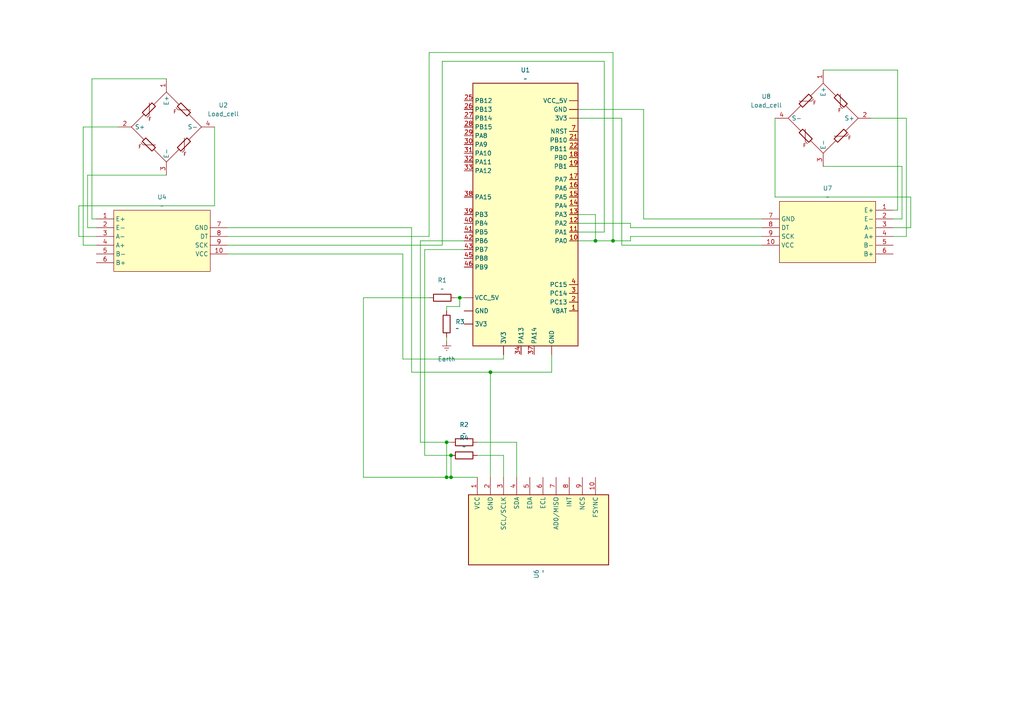
<source format=kicad_sch>
(kicad_sch (version 20231120) (generator "eeschema") (generator_version "8.0")
  (paper "A4")
  (lib_symbols
    (symbol "Analog_ADC:HX711_2"
      (property "Reference" "U" (at 5.334 6.35 0))
      (symbol "HX711_2_1_1"
        (rectangle (start -7.62 0) (end 20.32 -17.78) (fill (type background)))
        (pin input line (at -12.7 -2.54 0) (length 5.08) (name "E+") (number "1"))
        (pin input line (at 25.4 -12.7 180) (length 5.08) (name "VCC") (number "10"))
        (pin input line (at -12.7 -5.08 0) (length 5.08) (name "E-") (number "2"))
        (pin input line (at -12.7 -7.62 0) (length 5.08) (name "A-") (number "3"))
        (pin input line (at -12.7 -10.16 0) (length 5.08) (name "A+") (number "4"))
        (pin input line (at -12.7 -12.7 0) (length 5.08) (name "B-") (number "5"))
        (pin input line (at -12.7 -15.24 0) (length 5.08) (name "B+") (number "6"))
        (pin input line (at 25.4 -5.08 180) (length 5.08) (name "GND") (number "7"))
        (pin output line (at 25.4 -7.62 180) (length 5.08) (name "DT") (number "8"))
        (pin input line (at 25.4 -10.16 180) (length 5.08) (name "SCK") (number "9"))
      )
    )
    (symbol "Device:R" (pin_numbers hide) (pin_names (offset 0))
      (property "Reference" "R" (at 2.032 0 90))
      (property "Value" "R" (at 0 0 90))
      (symbol "R_0_1"
        (rectangle (start -1.016 -2.54) (end 1.016 2.54) (stroke (width 0.254)))
      )
      (symbol "R_1_1"
        (pin passive line (at 0 3.81 270) (length 1.27) (name "~") (number "1"))
        (pin passive line (at 0 -3.81 90) (length 1.27) (name "~") (number "2"))
      )
    )
    (symbol "MCU_ST_STM32F1:STM32F103C8T6"
      (property "Reference" "U" (at 0 0 0))
      (symbol "STM32F103C8T6_0_1"
        (rectangle (start 27.94 35.56) (end 58.42 -40.64) (stroke (width 0.254)) (fill (type background)))
      )
      (symbol "STM32F103C8T6_1_1"
        (pin bidirectional line (at 25.4 -34.29 0) (length 2.54) (name "3V3") (number ""))
        (pin power_in line (at 36.83 -43.18 90) (length 2.54) (name "3V3") (number ""))
        (pin bidirectional line (at 58.42 25.4 180) (length 2.54) (name "3V3") (number ""))
        (pin bidirectional line (at 25.4 -30.48 0) (length 2.54) (name "GND") (number ""))
        (pin power_in line (at 50.8 -43.18 90) (length 2.54) (name "GND") (number ""))
        (pin bidirectional line (at 58.42 27.94 180) (length 2.54) (name "GND") (number ""))
        (pin bidirectional line (at 25.4 -26.67 0) (length 2.54) (name "VCC_5V") (number ""))
        (pin bidirectional line (at 58.42 30.48 180) (length 2.54) (name "VCC_5V") (number ""))
        (pin power_in line (at 58.42 -30.48 180) (length 2.54) (name "VBAT") (number "1"))
        (pin bidirectional line (at 58.42 -10.16 180) (length 2.54) (name "PA0") (number "10"))
        (pin bidirectional line (at 58.42 -7.62 180) (length 2.54) (name "PA1") (number "11"))
        (pin bidirectional line (at 58.42 -5.08 180) (length 2.54) (name "PA2") (number "12"))
        (pin bidirectional line (at 58.42 -2.54 180) (length 2.54) (name "PA3") (number "13"))
        (pin bidirectional line (at 58.42 0 180) (length 2.54) (name "PA4") (number "14"))
        (pin bidirectional line (at 58.42 2.54 180) (length 2.54) (name "PA5") (number "15"))
        (pin bidirectional line (at 58.42 5.08 180) (length 2.54) (name "PA6") (number "16"))
        (pin bidirectional line (at 58.42 7.62 180) (length 2.54) (name "PA7") (number "17"))
        (pin bidirectional line (at 58.42 13.97 180) (length 2.54) (name "PB0") (number "18"))
        (pin bidirectional line (at 58.42 11.43 180) (length 2.54) (name "PB1") (number "19"))
        (pin bidirectional line (at 58.42 -27.94 180) (length 2.54) (name "PC13") (number "2"))
        (pin bidirectional line (at 58.42 19.05 180) (length 2.54) (name "PB10") (number "21"))
        (pin bidirectional line (at 58.42 16.51 180) (length 2.54) (name "PB11") (number "22"))
        (pin bidirectional line (at 25.4 30.48 0) (length 2.54) (name "PB12") (number "25"))
        (pin bidirectional line (at 25.4 27.94 0) (length 2.54) (name "PB13") (number "26"))
        (pin bidirectional line (at 25.4 25.4 0) (length 2.54) (name "PB14") (number "27"))
        (pin bidirectional line (at 25.4 22.86 0) (length 2.54) (name "PB15") (number "28"))
        (pin bidirectional line (at 25.4 20.32 0) (length 2.54) (name "PA8") (number "29"))
        (pin bidirectional line (at 58.42 -25.4 180) (length 2.54) (name "PC14") (number "3"))
        (pin bidirectional line (at 25.4 17.78 0) (length 2.54) (name "PA9") (number "30"))
        (pin bidirectional line (at 25.4 15.24 0) (length 2.54) (name "PA10") (number "31"))
        (pin bidirectional line (at 25.4 12.7 0) (length 2.54) (name "PA11") (number "32"))
        (pin bidirectional line (at 25.4 10.16 0) (length 2.54) (name "PA12") (number "33"))
        (pin bidirectional line (at 41.91 -43.18 90) (length 2.54) (name "PA13") (number "34"))
        (pin bidirectional line (at 45.72 -43.18 90) (length 2.54) (name "PA14") (number "37"))
        (pin bidirectional line (at 25.4 2.54 0) (length 2.54) (name "PA15") (number "38"))
        (pin bidirectional line (at 25.4 -2.54 0) (length 2.54) (name "PB3") (number "39"))
        (pin bidirectional line (at 58.42 -22.86 180) (length 2.54) (name "PC15") (number "4"))
        (pin bidirectional line (at 25.4 -5.08 0) (length 2.54) (name "PB4") (number "40"))
        (pin bidirectional line (at 25.4 -7.62 0) (length 2.54) (name "PB5") (number "41"))
        (pin bidirectional line (at 25.4 -10.16 0) (length 2.54) (name "PB6") (number "42"))
        (pin bidirectional line (at 25.4 -12.7 0) (length 2.54) (name "PB7") (number "43"))
        (pin bidirectional line (at 25.4 -15.24 0) (length 2.54) (name "PB8") (number "45"))
        (pin bidirectional line (at 25.4 -17.78 0) (length 2.54) (name "PB9") (number "46"))
        (pin bidirectional line (at 58.42 21.59 180) (length 2.54) (name "NRST") (number "7"))
      )
    )
    (symbol "Sensor_Motion:MPU_9250_9_DOF"
      (property "Reference" "U" (at 0 0 0))
      (symbol "MPU_9250_9_DOF_0_1"
        (rectangle (start -12.7 -12.7) (end 7.62 -53.34) (stroke (width 0.254)) (fill (type background)))
      )
      (symbol "MPU_9250_9_DOF_1_1"
        (pin input line (at -17.78 -15.24 0) (length 5.08) (name "VCC") (number "1"))
        (pin input line (at -17.78 -49.53 0) (length 5.08) (name "FSYNC") (number "10"))
        (pin input line (at -17.78 -19.05 0) (length 5.08) (name "GND") (number "2"))
        (pin input line (at -17.78 -22.86 0) (length 5.08) (name "SCL/SCLK") (number "3"))
        (pin bidirectional line (at -17.78 -26.67 0) (length 5.08) (name "SDA") (number "4"))
        (pin bidirectional line (at -17.78 -30.48 0) (length 5.08) (name "EDA") (number "5"))
        (pin input line (at -17.78 -34.29 0) (length 5.08) (name "ECL") (number "6"))
        (pin bidirectional line (at -17.78 -38.1 0) (length 5.08) (name "AD0/MISO") (number "7"))
        (pin output line (at -17.78 -41.91 0) (length 5.08) (name "INT") (number "8"))
        (pin input line (at -17.78 -45.72 0) (length 5.08) (name "NCS") (number "9"))
      )
    )
    (symbol "load_cell:Load_cell" (pin_names (offset 1.016))
      (property "Reference" "U" (at 0 1.27 0))
      (property "Value" "Load_cell" (at 0 -1.27 0))
      (symbol "Load_cell_0_0"
        (polyline (pts (xy -5.588 2.794) (xy -4.953 3.429) (xy -4.953 6.985)))
        (polyline (pts (xy 2.794 5.588) (xy 3.429 4.953) (xy 6.985 4.953)))
        (polyline (pts (xy 4.572 -7.366) (xy 5.207 -6.731) (xy 5.207 -3.175)))
      )
      (symbol "Load_cell_0_1"
        (polyline (pts (xy -10.16 0) (xy -6.477 -3.683)))
        (polyline (pts (xy -6.477 3.683) (xy -10.16 0)))
        (polyline (pts (xy -3.683 -6.477) (xy 0 -10.16)))
        (polyline (pts (xy 0 -10.16) (xy 3.683 -6.477)))
        (polyline (pts (xy 0 10.16) (xy -3.683 6.477)))
        (polyline (pts (xy 3.683 6.477) (xy 0 10.16)))
        (polyline (pts (xy 6.477 -3.683) (xy 10.16 0)))
        (polyline (pts (xy 10.16 0) (xy 6.477 3.683)))
        (polyline (pts (xy -7.366 -4.572) (xy -6.731 -5.207) (xy -3.175 -5.207)))
        (polyline (pts (xy -6.985 -4.191) (xy -4.191 -6.985) (xy -3.175 -5.969) (xy -5.969 -3.175) (xy -6.985 -4.191)) (stroke (width 0.254)))
        (polyline (pts (xy -4.191 6.985) (xy -6.985 4.191) (xy -5.969 3.175) (xy -3.175 5.969) (xy -4.191 6.985)) (stroke (width 0.254)))
        (polyline (pts (xy 4.191 -6.985) (xy 6.985 -4.191) (xy 5.969 -3.175) (xy 3.175 -5.969) (xy 4.191 -6.985)) (stroke (width 0.254)))
        (polyline (pts (xy 6.985 4.191) (xy 4.191 6.985) (xy 3.175 5.969) (xy 5.969 3.175) (xy 6.985 4.191)) (stroke (width 0.254)))
      )
      (symbol "Load_cell_1_1"
        (text "F" (at -7.1374 -5.1308 0) (effects (font (size 1.016 1.016)) (justify right top)))
        (text "F" (at -5.3086 2.8702 0) (effects (font (size 1.016 1.016)) (justify left top)))
        (text "F" (at 3.0226 5.0292 0) (effects (font (size 1.016 1.016)) (justify right top)))
        (text "F" (at 4.8514 -7.2898 0) (effects (font (size 1.016 1.016)) (justify left top)))
        (pin power_in line (at 0 13.97 270) (length 3.81) (name "E+") (number "1"))
        (pin output line (at -13.97 0 0) (length 3.81) (name "S+") (number "2"))
        (pin power_in line (at 0 -13.97 90) (length 3.81) (name "E-") (number "3"))
        (pin output line (at 13.97 0 180) (length 3.81) (name "S-") (number "4"))
      )
    )
    (symbol "power:Earth" (power) (pin_numbers hide) (pin_names (offset 0) hide)
      (property "Value" "Earth" (at 0 -3.81 0))
      (symbol "Earth_0_1"
        (polyline (pts (xy -0.635 -1.905) (xy 0.635 -1.905)))
        (polyline (pts (xy -0.127 -2.54) (xy 0.127 -2.54)))
        (polyline (pts (xy 0 -1.27) (xy 0 0)))
        (polyline (pts (xy 1.27 -1.27) (xy -1.27 -1.27)))
      )
      (symbol "Earth_1_1"
        (pin power_in line (at 0 0 270) (length 0) (name "~") (number "1"))
      )
    )
  )
  (junction (at 142.24 107.95))
  (junction (at 129.54 138.43))
  (junction (at 133.35 86.36))
  (junction (at 130.81 138.43))
  (junction (at 172.72 69.85))
  (junction (at 177.8 69.85))
  (junction (at 130.81 132.08))
  (junction (at 129.54 128.27))
  (wire (pts (xy 260.35 60.96) (xy 259.08 60.96)))
  (wire (pts (xy 261.62 48.26) (xy 261.62 63.5)))
  (wire (pts (xy 149.86 128.27) (xy 138.43 128.27)))
  (wire (pts (xy 123.19 72.39) (xy 134.62 72.39)))
  (wire (pts (xy 62.23 36.83) (xy 62.23 59.69)))
  (wire (pts (xy 182.88 64.77) (xy 182.88 66.04)))
  (wire (pts (xy 25.4 66.04) (xy 27.94 66.04)))
  (wire (pts (xy 124.46 68.58) (xy 124.46 15.24)))
  (wire (pts (xy 116.84 73.66) (xy 116.84 104.14)))
  (wire (pts (xy 121.92 69.85) (xy 134.62 69.85)))
  (wire (pts (xy 66.04 68.58) (xy 124.46 68.58)))
  (wire (pts (xy 25.4 50.8) (xy 25.4 66.04)))
  (wire (pts (xy 172.72 69.85) (xy 167.64 69.85)))
  (wire (pts (xy 138.43 138.43) (xy 130.81 138.43)))
  (wire (pts (xy 24.13 36.83) (xy 24.13 71.12)))
  (wire (pts (xy 129.54 128.27) (xy 121.92 128.27)))
  (wire (pts (xy 186.69 31.75) (xy 167.64 31.75)))
  (wire (pts (xy 22.86 68.58) (xy 27.94 68.58)))
  (wire (pts (xy 182.88 69.85) (xy 177.8 69.85)))
  (wire (pts (xy 146.05 138.43) (xy 146.05 132.08)))
  (wire (pts (xy 180.34 71.12) (xy 180.34 34.29)))
  (wire (pts (xy 62.23 59.69) (xy 22.86 59.69)))
  (wire (pts (xy 186.69 63.5) (xy 186.69 31.75)))
  (wire (pts (xy 186.69 63.5) (xy 220.98 63.5)))
  (wire (pts (xy 129.54 128.27) (xy 129.54 138.43)))
  (wire (pts (xy 172.72 62.23) (xy 172.72 69.85)))
  (wire (pts (xy 167.64 67.31) (xy 175.26 67.31)))
  (wire (pts (xy 224.79 34.29) (xy 224.79 57.15)))
  (wire (pts (xy 26.67 63.5) (xy 27.94 63.5)))
  (wire (pts (xy 262.89 68.58) (xy 259.08 68.58)))
  (wire (pts (xy 264.16 66.04) (xy 259.08 66.04)))
  (wire (pts (xy 105.41 138.43) (xy 105.41 86.36)))
  (wire (pts (xy 34.29 36.83) (xy 24.13 36.83)))
  (wire (pts (xy 24.13 71.12) (xy 27.94 71.12)))
  (wire (pts (xy 220.98 66.04) (xy 182.88 66.04)))
  (wire (pts (xy 130.81 132.08) (xy 130.81 138.43)))
  (wire (pts (xy 66.04 73.66) (xy 116.84 73.66)))
  (wire (pts (xy 261.62 63.5) (xy 259.08 63.5)))
  (wire (pts (xy 146.05 104.14) (xy 146.05 102.87)))
  (wire (pts (xy 105.41 86.36) (xy 124.46 86.36)))
  (wire (pts (xy 48.26 50.8) (xy 25.4 50.8)))
  (wire (pts (xy 172.72 62.23) (xy 167.64 62.23)))
  (wire (pts (xy 124.46 15.24) (xy 177.8 15.24)))
  (wire (pts (xy 130.81 128.27) (xy 129.54 128.27)))
  (wire (pts (xy 262.89 34.29) (xy 262.89 68.58)))
  (wire (pts (xy 119.38 107.95) (xy 142.24 107.95)))
  (wire (pts (xy 238.76 48.26) (xy 261.62 48.26)))
  (wire (pts (xy 142.24 107.95) (xy 160.02 107.95)))
  (wire (pts (xy 119.38 66.04) (xy 119.38 107.95)))
  (wire (pts (xy 252.73 34.29) (xy 262.89 34.29)))
  (wire (pts (xy 260.35 20.32) (xy 260.35 60.96)))
  (wire (pts (xy 130.81 138.43) (xy 129.54 138.43)))
  (wire (pts (xy 132.08 86.36) (xy 133.35 86.36)))
  (wire (pts (xy 133.35 88.9) (xy 133.35 86.36)))
  (wire (pts (xy 180.34 34.29) (xy 167.64 34.29)))
  (wire (pts (xy 238.76 20.32) (xy 260.35 20.32)))
  (wire (pts (xy 175.26 17.78) (xy 175.26 67.31)))
  (wire (pts (xy 123.19 132.08) (xy 123.19 72.39)))
  (wire (pts (xy 128.27 17.78) (xy 175.26 17.78)))
  (wire (pts (xy 129.54 97.79) (xy 129.54 99.06)))
  (wire (pts (xy 182.88 68.58) (xy 182.88 69.85)))
  (wire (pts (xy 128.27 71.12) (xy 128.27 17.78)))
  (wire (pts (xy 138.43 132.08) (xy 146.05 132.08)))
  (wire (pts (xy 220.98 68.58) (xy 182.88 68.58)))
  (wire (pts (xy 177.8 69.85) (xy 172.72 69.85)))
  (wire (pts (xy 48.26 22.86) (xy 26.67 22.86)))
  (wire (pts (xy 129.54 88.9) (xy 133.35 88.9)))
  (wire (pts (xy 133.35 86.36) (xy 134.62 86.36)))
  (wire (pts (xy 116.84 104.14) (xy 146.05 104.14)))
  (wire (pts (xy 26.67 22.86) (xy 26.67 63.5)))
  (wire (pts (xy 149.86 138.43) (xy 149.86 128.27)))
  (wire (pts (xy 224.79 57.15) (xy 264.16 57.15)))
  (wire (pts (xy 66.04 66.04) (xy 119.38 66.04)))
  (wire (pts (xy 66.04 71.12) (xy 128.27 71.12)))
  (wire (pts (xy 129.54 138.43) (xy 105.41 138.43)))
  (wire (pts (xy 182.88 64.77) (xy 167.64 64.77)))
  (wire (pts (xy 142.24 138.43) (xy 142.24 107.95)))
  (wire (pts (xy 177.8 15.24) (xy 177.8 69.85)))
  (wire (pts (xy 129.54 88.9) (xy 129.54 90.17)))
  (wire (pts (xy 121.92 128.27) (xy 121.92 69.85)))
  (wire (pts (xy 160.02 107.95) (xy 160.02 102.87)))
  (wire (pts (xy 130.81 132.08) (xy 123.19 132.08)))
  (wire (pts (xy 22.86 59.69) (xy 22.86 68.58)))
  (wire (pts (xy 220.98 71.12) (xy 180.34 71.12)))
  (wire (pts (xy 264.16 57.15) (xy 264.16 66.04)))
  (symbol (lib_id "Sensor_Motion:MPU_9250_9_DOF") (at 123.19 156.21 90) (mirror x) (unit 1)
    (property "Reference" "U6" (at 155.5749 165.1 0) (effects (justify left)))
    (property "Value" "~" (at 157.48 165.1 0) (effects (justify left)))
    (property "Footprint" "MPU 92/65" (effects (hide yes)))
  )
  (symbol (lib_id "load_cell:Load_cell") (at 238.76 34.29 0) (mirror y) (unit 1)
    (property "Reference" "U8" (at 222.25 27.9714 0))
    (property "Value" "Load_cell" (at 222.25 30.5114 0))
    (property "Datasheet" "http://www.robotshop.com/media/files/pdf/datasheet-3134.pdf" (effects (hide yes)))
    (property "Description" "4-wire load cell for weigh scales" (effects (hide yes)))
  )
  (symbol (lib_id "Device:R") (at 134.62 132.08 270) (unit 1)
    (property "Reference" "R4" (at 134.62 127 90))
    (property "Value" "~" (at 134.62 129.54 90))
    (property "Description" "Resistor" (effects (hide yes)))
  )
  (symbol (lib_id "Device:R") (at 129.54 93.98 180) (unit 1)
    (property "Reference" "R3" (at 132.08 93.3449 0) (effects (justify right)))
    (property "Value" "~" (at 132.08 95.25 0) (effects (justify right)))
    (property "Description" "Resistor" (effects (hide yes)))
  )
  (symbol (lib_id "power:Earth") (at 129.54 99.06 0) (unit 1)
    (property "Reference" "#PWR01" (effects (hide yes)))
    (property "Value" "Earth" (at 129.54 104.14 0))
    (property "Description" "Power symbol creates a global label with name \"Earth\"" (effects (hide yes)))
  )
  (symbol (lib_id "MCU_ST_STM32F1:STM32F103C8T6") (at 109.22 59.69 0) (unit 1)
    (property "Reference" "U1" (at 152.4 20.32 0))
    (property "Value" "~" (at 152.4 22.86 0))
    (property "Footprint" "STM32F103C8T6" (effects (hide yes)))
  )
  (symbol (lib_id "Analog_ADC:HX711_2") (at 246.38 58.42 0) (mirror y) (unit 1)
    (property "Reference" "U7" (at 240.03 54.61 0))
    (property "Value" "~" (at 240.03 57.15 0))
    (property "Footprint" "HX711" (effects (hide yes)))
  )
  (symbol (lib_id "load_cell:Load_cell") (at 48.26 36.83 0) (unit 1)
    (property "Reference" "U2" (at 64.77 30.5114 0))
    (property "Value" "Load_cell" (at 64.77 33.0514 0))
    (property "Datasheet" "http://www.robotshop.com/media/files/pdf/datasheet-3134.pdf" (effects (hide yes)))
    (property "Description" "4-wire load cell for weigh scales" (effects (hide yes)))
  )
  (symbol (lib_id "Device:R") (at 128.27 86.36 90) (unit 1)
    (property "Reference" "R1" (at 128.27 81.28 90))
    (property "Value" "~" (at 128.27 83.82 90))
    (property "Description" "Resistor" (effects (hide yes)))
  )
  (symbol (lib_id "Analog_ADC:HX711_2") (at 40.64 60.96 0) (unit 1)
    (property "Reference" "U4" (at 46.99 57.15 0))
    (property "Value" "~" (at 46.99 59.69 0))
    (property "Footprint" "HX711" (effects (hide yes)))
  )
  (symbol (lib_id "Device:R") (at 134.62 128.27 270) (unit 1)
    (property "Reference" "R2" (at 134.62 123.19 90))
    (property "Value" "~" (at 134.62 125.73 90))
    (property "Description" "Resistor" (effects (hide yes)))
  )
)
</source>
